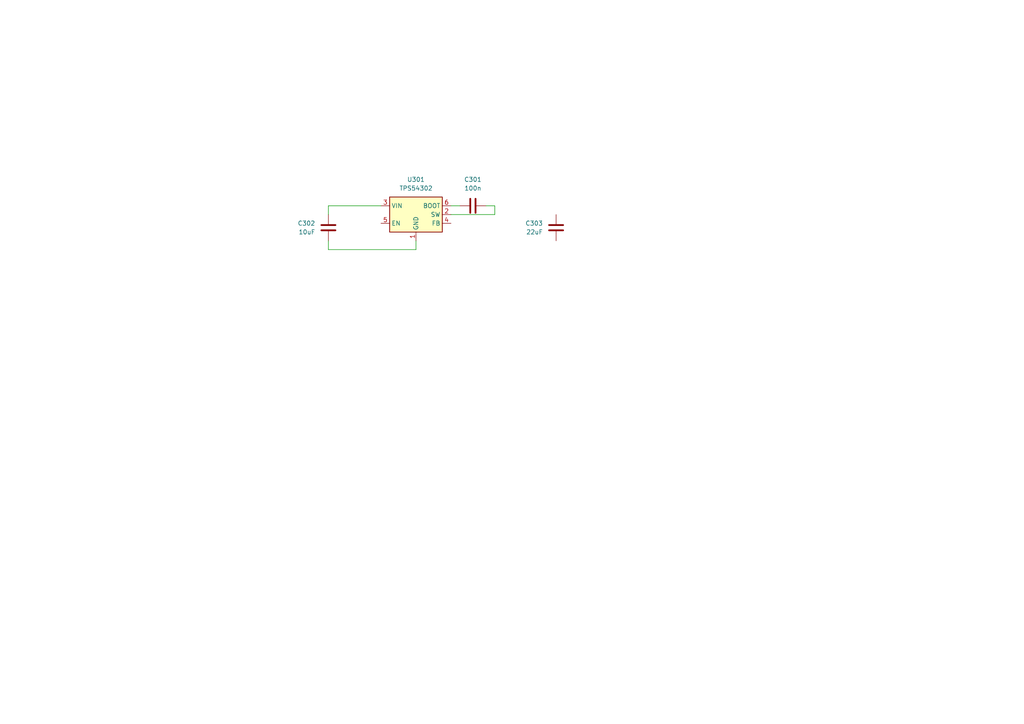
<source format=kicad_sch>
(kicad_sch (version 20250114) (generator "eeschema") (generator_version "9.0")
  (paper "A4")
  (lib_symbols
    (symbol "Device:C" (pin_numbers (hide yes)) (pin_names (offset 0.254))
      (property "Reference" "C" (at 0.635 2.54 0))
      (property "Value" "C" (at 0.635 -2.54 0))
      (symbol "C_0_1"
        (polyline (pts (xy -2.032 0.762) (xy 2.032 0.762)) (stroke (width 0.508)))
        (polyline (pts (xy -2.032 -0.762) (xy 2.032 -0.762)) (stroke (width 0.508)))
      )
      (symbol "C_1_1"
        (pin passive line (at 0 3.81 270) (length 2.794) (name "~") (number "1"))
        (pin passive line (at 0 -3.81 90) (length 2.794) (name "~") (number "2"))
      )
    )
    (symbol "Regulator_Switching:TPS54302"
      (property "Reference" "U" (at -7.62 6.35 0))
      (property "Value" "TPS54302" (at 0 6.35 0))
      (symbol "TPS54302_0_1"
        (rectangle (start -7.62 5.08) (end 7.62 -5.08) (stroke (width 0.254)) (fill (type background)))
      )
      (symbol "TPS54302_1_1"
        (pin power_in line (at -10.16 2.54 0) (length 2.54) (name "VIN") (number "3"))
        (pin input line (at -10.16 -2.54 0) (length 2.54) (name "EN") (number "5"))
        (pin power_in line (at 0 -7.62 90) (length 2.54) (name "GND") (number "1"))
        (pin passive line (at 10.16 2.54 180) (length 2.54) (name "BOOT") (number "6"))
        (pin power_out line (at 10.16 0 180) (length 2.54) (name "SW") (number "2"))
        (pin input line (at 10.16 -2.54 180) (length 2.54) (name "FB") (number "4"))
      )
    )
  )
  (wire (pts (xy 143.51 62.23) (xy 143.51 59.69)))
  (wire (pts (xy 143.51 59.69) (xy 140.97 59.69)))
  (wire (pts (xy 95.25 62.23) (xy 95.25 59.69)))
  (wire (pts (xy 95.25 69.85) (xy 95.25 72.39)))
  (wire (pts (xy 95.25 59.69) (xy 110.49 59.69)))
  (wire (pts (xy 130.81 59.69) (xy 133.35 59.69)))
  (wire (pts (xy 120.65 72.39) (xy 120.65 69.85)))
  (wire (pts (xy 130.81 62.23) (xy 143.51 62.23)))
  (wire (pts (xy 95.25 72.39) (xy 120.65 72.39)))
  (symbol (lib_id "Device:C") (at 161.29 66.04 0) (unit 1)
    (property "Reference" "C303" (at 157.48 64.7699 0) (effects (justify right)))
    (property "Value" "22uF" (at 157.48 67.3099 0) (effects (justify right)))
    (property "Footprint" "Capacitor_SMD:C_0805_2012Metric" (effects (hide yes)))
    (property "Description" "Unpolarized capacitor" (effects (hide yes)))
    (property "Manufacturer Part #" "CL21A226MAQNNNE" (effects (hide yes)))
    (property "LCSC Part #" "C45783" (effects (hide yes)))
  )
  (symbol (lib_id "Device:C") (at 137.16 59.69 90) (unit 1)
    (property "Reference" "C301" (at 137.16 52.07 90))
    (property "Value" "100n" (at 137.16 54.61 90))
    (property "Footprint" "Capacitor_SMD:C_0402_1005Metric" (effects (hide yes)))
    (property "Description" "Unpolarized capacitor" (effects (hide yes)))
  )
  (symbol (lib_id "Regulator_Switching:TPS54302") (at 120.65 62.23 0) (unit 1)
    (property "Reference" "U301" (at 120.65 52.07 0))
    (property "Value" "TPS54302" (at 120.65 54.61 0))
    (property "Footprint" "Package_TO_SOT_SMD:SOT-23-6" (effects (hide yes)))
    (property "Datasheet" "http://www.ti.com/lit/ds/symlink/tps54302.pdf" (effects (hide yes)))
    (property "Description" "3A, 4.5 to 28V Input, EMI Friendly integrated switch synchronous step-down regulator, pulse-skipping, SOT-23-6" (effects (hide yes)))
  )
  (symbol (lib_id "Device:C") (at 95.25 66.04 0) (unit 1)
    (property "Reference" "C302" (at 91.44 64.7699 0) (effects (justify right)))
    (property "Value" "10uF" (at 91.44 67.3099 0) (effects (justify right)))
    (property "Footprint" "Capacitor_SMD:C_0805_2012Metric" (effects (hide yes)))
    (property "Description" "Unpolarized capacitor" (effects (hide yes)))
    (property "Manufacturer Part #" "GRM21BR61H106KE43L" (effects (hide yes)))
    (property "LCSC Part #" "C440198" (effects (hide yes)))
  )
)
</source>
